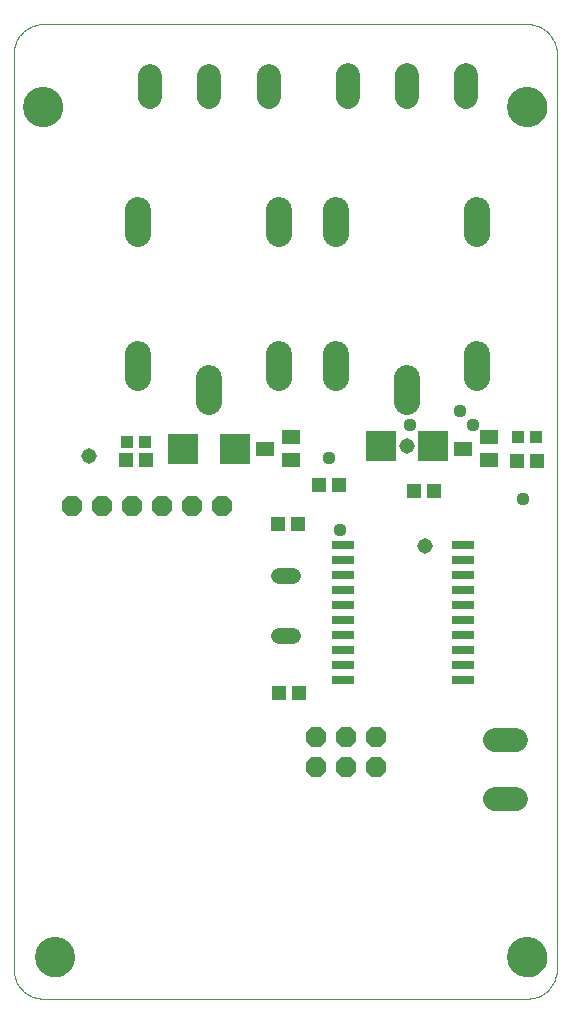
<source format=gts>
G75*
%MOIN*%
%OFA0B0*%
%FSLAX24Y24*%
%IPPOS*%
%LPD*%
%AMOC8*
5,1,8,0,0,1.08239X$1,22.5*
%
%ADD10C,0.0000*%
%ADD11C,0.1340*%
%ADD12R,0.0513X0.0474*%
%ADD13OC8,0.0680*%
%ADD14C,0.0860*%
%ADD15C,0.0520*%
%ADD16C,0.0785*%
%ADD17R,0.0749X0.0316*%
%ADD18R,0.1025X0.1025*%
%ADD19R,0.0631X0.0474*%
%ADD20R,0.0474X0.0513*%
%ADD21R,0.0395X0.0395*%
%ADD22C,0.0437*%
%ADD23C,0.0516*%
D10*
X003149Y005613D02*
X019291Y005613D01*
X019353Y005615D01*
X019414Y005621D01*
X019475Y005630D01*
X019536Y005644D01*
X019595Y005661D01*
X019653Y005682D01*
X019710Y005707D01*
X019765Y005735D01*
X019818Y005766D01*
X019869Y005801D01*
X019918Y005839D01*
X019965Y005880D01*
X020008Y005923D01*
X020049Y005970D01*
X020087Y006019D01*
X020122Y006070D01*
X020153Y006123D01*
X020181Y006178D01*
X020206Y006235D01*
X020227Y006293D01*
X020244Y006352D01*
X020258Y006413D01*
X020267Y006474D01*
X020273Y006535D01*
X020275Y006597D01*
X020275Y037109D01*
X020273Y037171D01*
X020267Y037232D01*
X020258Y037293D01*
X020244Y037354D01*
X020227Y037413D01*
X020206Y037471D01*
X020181Y037528D01*
X020153Y037583D01*
X020122Y037636D01*
X020087Y037687D01*
X020049Y037736D01*
X020008Y037783D01*
X019965Y037826D01*
X019918Y037867D01*
X019869Y037905D01*
X019818Y037940D01*
X019765Y037971D01*
X019710Y037999D01*
X019653Y038024D01*
X019595Y038045D01*
X019536Y038062D01*
X019475Y038076D01*
X019414Y038085D01*
X019353Y038091D01*
X019291Y038093D01*
X003149Y038093D01*
X003087Y038091D01*
X003026Y038085D01*
X002965Y038076D01*
X002904Y038062D01*
X002845Y038045D01*
X002787Y038024D01*
X002730Y037999D01*
X002675Y037971D01*
X002622Y037940D01*
X002571Y037905D01*
X002522Y037867D01*
X002475Y037826D01*
X002432Y037783D01*
X002391Y037736D01*
X002353Y037687D01*
X002318Y037636D01*
X002287Y037583D01*
X002259Y037528D01*
X002234Y037471D01*
X002213Y037413D01*
X002196Y037354D01*
X002182Y037293D01*
X002173Y037232D01*
X002167Y037171D01*
X002165Y037109D01*
X002165Y006597D01*
X002167Y006535D01*
X002173Y006474D01*
X002182Y006413D01*
X002196Y006352D01*
X002213Y006293D01*
X002234Y006235D01*
X002259Y006178D01*
X002287Y006123D01*
X002318Y006070D01*
X002353Y006019D01*
X002391Y005970D01*
X002432Y005923D01*
X002475Y005880D01*
X002522Y005839D01*
X002571Y005801D01*
X002622Y005766D01*
X002675Y005735D01*
X002730Y005707D01*
X002787Y005682D01*
X002845Y005661D01*
X002904Y005644D01*
X002965Y005630D01*
X003026Y005621D01*
X003087Y005615D01*
X003149Y005613D01*
X002913Y006991D02*
X002915Y007041D01*
X002921Y007091D01*
X002931Y007140D01*
X002945Y007188D01*
X002962Y007235D01*
X002983Y007280D01*
X003008Y007324D01*
X003036Y007365D01*
X003068Y007404D01*
X003102Y007441D01*
X003139Y007475D01*
X003179Y007505D01*
X003221Y007532D01*
X003265Y007556D01*
X003311Y007577D01*
X003358Y007593D01*
X003406Y007606D01*
X003456Y007615D01*
X003505Y007620D01*
X003556Y007621D01*
X003606Y007618D01*
X003655Y007611D01*
X003704Y007600D01*
X003752Y007585D01*
X003798Y007567D01*
X003843Y007545D01*
X003886Y007519D01*
X003927Y007490D01*
X003966Y007458D01*
X004002Y007423D01*
X004034Y007385D01*
X004064Y007345D01*
X004091Y007302D01*
X004114Y007258D01*
X004133Y007212D01*
X004149Y007164D01*
X004161Y007115D01*
X004169Y007066D01*
X004173Y007016D01*
X004173Y006966D01*
X004169Y006916D01*
X004161Y006867D01*
X004149Y006818D01*
X004133Y006770D01*
X004114Y006724D01*
X004091Y006680D01*
X004064Y006637D01*
X004034Y006597D01*
X004002Y006559D01*
X003966Y006524D01*
X003927Y006492D01*
X003886Y006463D01*
X003843Y006437D01*
X003798Y006415D01*
X003752Y006397D01*
X003704Y006382D01*
X003655Y006371D01*
X003606Y006364D01*
X003556Y006361D01*
X003505Y006362D01*
X003456Y006367D01*
X003406Y006376D01*
X003358Y006389D01*
X003311Y006405D01*
X003265Y006426D01*
X003221Y006450D01*
X003179Y006477D01*
X003139Y006507D01*
X003102Y006541D01*
X003068Y006578D01*
X003036Y006617D01*
X003008Y006658D01*
X002983Y006702D01*
X002962Y006747D01*
X002945Y006794D01*
X002931Y006842D01*
X002921Y006891D01*
X002915Y006941D01*
X002913Y006991D01*
X002519Y035337D02*
X002521Y035387D01*
X002527Y035437D01*
X002537Y035486D01*
X002551Y035534D01*
X002568Y035581D01*
X002589Y035626D01*
X002614Y035670D01*
X002642Y035711D01*
X002674Y035750D01*
X002708Y035787D01*
X002745Y035821D01*
X002785Y035851D01*
X002827Y035878D01*
X002871Y035902D01*
X002917Y035923D01*
X002964Y035939D01*
X003012Y035952D01*
X003062Y035961D01*
X003111Y035966D01*
X003162Y035967D01*
X003212Y035964D01*
X003261Y035957D01*
X003310Y035946D01*
X003358Y035931D01*
X003404Y035913D01*
X003449Y035891D01*
X003492Y035865D01*
X003533Y035836D01*
X003572Y035804D01*
X003608Y035769D01*
X003640Y035731D01*
X003670Y035691D01*
X003697Y035648D01*
X003720Y035604D01*
X003739Y035558D01*
X003755Y035510D01*
X003767Y035461D01*
X003775Y035412D01*
X003779Y035362D01*
X003779Y035312D01*
X003775Y035262D01*
X003767Y035213D01*
X003755Y035164D01*
X003739Y035116D01*
X003720Y035070D01*
X003697Y035026D01*
X003670Y034983D01*
X003640Y034943D01*
X003608Y034905D01*
X003572Y034870D01*
X003533Y034838D01*
X003492Y034809D01*
X003449Y034783D01*
X003404Y034761D01*
X003358Y034743D01*
X003310Y034728D01*
X003261Y034717D01*
X003212Y034710D01*
X003162Y034707D01*
X003111Y034708D01*
X003062Y034713D01*
X003012Y034722D01*
X002964Y034735D01*
X002917Y034751D01*
X002871Y034772D01*
X002827Y034796D01*
X002785Y034823D01*
X002745Y034853D01*
X002708Y034887D01*
X002674Y034924D01*
X002642Y034963D01*
X002614Y035004D01*
X002589Y035048D01*
X002568Y035093D01*
X002551Y035140D01*
X002537Y035188D01*
X002527Y035237D01*
X002521Y035287D01*
X002519Y035337D01*
X018661Y035337D02*
X018663Y035387D01*
X018669Y035437D01*
X018679Y035486D01*
X018693Y035534D01*
X018710Y035581D01*
X018731Y035626D01*
X018756Y035670D01*
X018784Y035711D01*
X018816Y035750D01*
X018850Y035787D01*
X018887Y035821D01*
X018927Y035851D01*
X018969Y035878D01*
X019013Y035902D01*
X019059Y035923D01*
X019106Y035939D01*
X019154Y035952D01*
X019204Y035961D01*
X019253Y035966D01*
X019304Y035967D01*
X019354Y035964D01*
X019403Y035957D01*
X019452Y035946D01*
X019500Y035931D01*
X019546Y035913D01*
X019591Y035891D01*
X019634Y035865D01*
X019675Y035836D01*
X019714Y035804D01*
X019750Y035769D01*
X019782Y035731D01*
X019812Y035691D01*
X019839Y035648D01*
X019862Y035604D01*
X019881Y035558D01*
X019897Y035510D01*
X019909Y035461D01*
X019917Y035412D01*
X019921Y035362D01*
X019921Y035312D01*
X019917Y035262D01*
X019909Y035213D01*
X019897Y035164D01*
X019881Y035116D01*
X019862Y035070D01*
X019839Y035026D01*
X019812Y034983D01*
X019782Y034943D01*
X019750Y034905D01*
X019714Y034870D01*
X019675Y034838D01*
X019634Y034809D01*
X019591Y034783D01*
X019546Y034761D01*
X019500Y034743D01*
X019452Y034728D01*
X019403Y034717D01*
X019354Y034710D01*
X019304Y034707D01*
X019253Y034708D01*
X019204Y034713D01*
X019154Y034722D01*
X019106Y034735D01*
X019059Y034751D01*
X019013Y034772D01*
X018969Y034796D01*
X018927Y034823D01*
X018887Y034853D01*
X018850Y034887D01*
X018816Y034924D01*
X018784Y034963D01*
X018756Y035004D01*
X018731Y035048D01*
X018710Y035093D01*
X018693Y035140D01*
X018679Y035188D01*
X018669Y035237D01*
X018663Y035287D01*
X018661Y035337D01*
X018661Y006991D02*
X018663Y007041D01*
X018669Y007091D01*
X018679Y007140D01*
X018693Y007188D01*
X018710Y007235D01*
X018731Y007280D01*
X018756Y007324D01*
X018784Y007365D01*
X018816Y007404D01*
X018850Y007441D01*
X018887Y007475D01*
X018927Y007505D01*
X018969Y007532D01*
X019013Y007556D01*
X019059Y007577D01*
X019106Y007593D01*
X019154Y007606D01*
X019204Y007615D01*
X019253Y007620D01*
X019304Y007621D01*
X019354Y007618D01*
X019403Y007611D01*
X019452Y007600D01*
X019500Y007585D01*
X019546Y007567D01*
X019591Y007545D01*
X019634Y007519D01*
X019675Y007490D01*
X019714Y007458D01*
X019750Y007423D01*
X019782Y007385D01*
X019812Y007345D01*
X019839Y007302D01*
X019862Y007258D01*
X019881Y007212D01*
X019897Y007164D01*
X019909Y007115D01*
X019917Y007066D01*
X019921Y007016D01*
X019921Y006966D01*
X019917Y006916D01*
X019909Y006867D01*
X019897Y006818D01*
X019881Y006770D01*
X019862Y006724D01*
X019839Y006680D01*
X019812Y006637D01*
X019782Y006597D01*
X019750Y006559D01*
X019714Y006524D01*
X019675Y006492D01*
X019634Y006463D01*
X019591Y006437D01*
X019546Y006415D01*
X019500Y006397D01*
X019452Y006382D01*
X019403Y006371D01*
X019354Y006364D01*
X019304Y006361D01*
X019253Y006362D01*
X019204Y006367D01*
X019154Y006376D01*
X019106Y006389D01*
X019059Y006405D01*
X019013Y006426D01*
X018969Y006450D01*
X018927Y006477D01*
X018887Y006507D01*
X018850Y006541D01*
X018816Y006578D01*
X018784Y006617D01*
X018756Y006658D01*
X018731Y006702D01*
X018710Y006747D01*
X018693Y006794D01*
X018679Y006842D01*
X018669Y006891D01*
X018663Y006941D01*
X018661Y006991D01*
D11*
X019291Y006991D03*
X019291Y035337D03*
X003543Y006991D03*
X003149Y035337D03*
D12*
X010963Y021440D03*
X011632Y021440D03*
X011674Y015792D03*
X011005Y015792D03*
D13*
X012244Y014345D03*
X012244Y013345D03*
X013244Y013345D03*
X013244Y014345D03*
X014244Y014345D03*
X014244Y013345D03*
X009117Y022023D03*
X008117Y022023D03*
X007117Y022023D03*
X006117Y022023D03*
X005117Y022023D03*
X004117Y022023D03*
D14*
X006324Y026305D02*
X006324Y027085D01*
X006324Y031105D02*
X006324Y031885D01*
X008674Y026285D02*
X008674Y025505D01*
X011024Y026305D02*
X011024Y027085D01*
X012924Y027085D02*
X012924Y026305D01*
X015274Y026285D02*
X015274Y025505D01*
X017624Y026305D02*
X017624Y027085D01*
X017624Y031105D02*
X017624Y031885D01*
X012924Y031885D02*
X012924Y031105D01*
X011024Y031105D02*
X011024Y031885D01*
D15*
X011024Y019695D02*
X011464Y019695D01*
X011464Y017695D02*
X011024Y017695D01*
D16*
X018221Y014229D02*
X018926Y014229D01*
X018926Y012261D02*
X018221Y012261D01*
X017242Y035684D02*
X017242Y036389D01*
X015274Y036389D02*
X015274Y035684D01*
X013305Y035684D02*
X013305Y036389D01*
X010662Y036369D02*
X010662Y035664D01*
X008694Y035664D02*
X008694Y036369D01*
X006725Y036369D02*
X006725Y035664D01*
D17*
X013136Y020745D03*
X013136Y020245D03*
X013136Y019745D03*
X013136Y019245D03*
X013136Y018745D03*
X013136Y018245D03*
X013136Y017745D03*
X013136Y017245D03*
X013136Y016745D03*
X013136Y016245D03*
X017152Y016245D03*
X017152Y016745D03*
X017152Y017245D03*
X017152Y017745D03*
X017152Y018245D03*
X017152Y018745D03*
X017152Y019245D03*
X017152Y019745D03*
X017152Y020245D03*
X017152Y020745D03*
D18*
X016140Y024045D03*
X014408Y024045D03*
X009540Y023945D03*
X007808Y023945D03*
D19*
X010541Y023945D03*
X011407Y024319D03*
X011407Y023571D03*
X017141Y023945D03*
X018007Y024319D03*
X018007Y023571D03*
D20*
X018939Y023545D03*
X019609Y023545D03*
X016179Y022545D03*
X015509Y022545D03*
X013009Y022745D03*
X012339Y022745D03*
X006579Y023575D03*
X005909Y023575D03*
D21*
X005959Y024165D03*
X006549Y024165D03*
X018979Y024345D03*
X019569Y024345D03*
D22*
X019135Y022256D03*
X017468Y024745D03*
X017035Y025199D03*
X015374Y024745D03*
X013044Y021245D03*
X012674Y023645D03*
D23*
X015274Y024045D03*
X015868Y020716D03*
X004668Y023716D03*
M02*

</source>
